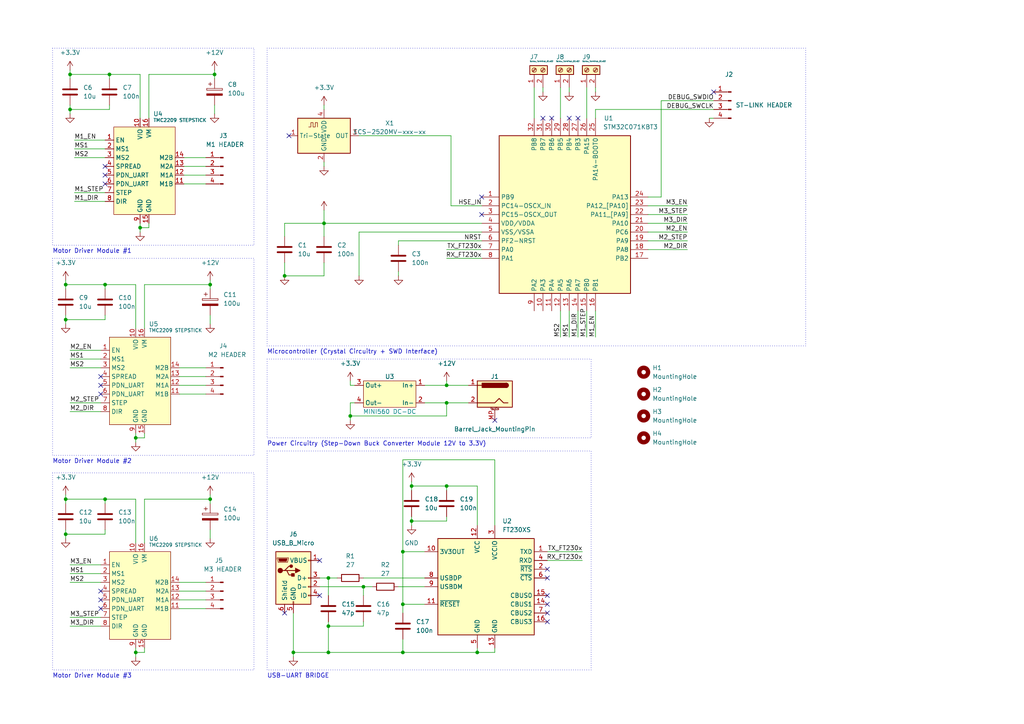
<source format=kicad_sch>
(kicad_sch (version 20230121) (generator eeschema)
  (paper "A4")
  (title_block (title "Stepper Motor Control Board") (rev "0") (company "Designers: Noah King, Junhee Lee"))
  (lib_symbols
    (symbol "Connector:Barrel_Jack_MountingPin" (pin_names hide)
      (property "Reference" "J1" (at 0 5.08 0))
      (property "Value" "Barrel_Jack_MountingPin" (at 0 -10.16 0))
      (symbol "Barrel_Jack_MountingPin_0_1"
        (rectangle (start -5.08 3.81) (end 5.08 -3.81) (stroke (width 0.254)) (fill (type background)))
        (arc (start -3.302 3.175) (mid -3.9343 2.54) (end -3.302 1.905) (stroke (width 0.254)))
        (arc (start -3.302 3.175) (mid -3.9343 2.54) (end -3.302 1.905) (stroke (width 0.254)) (fill (type outline)))
        (polyline (pts (xy 5.08 2.54) (xy 3.81 2.54)) (stroke (width 0.254)))
        (polyline (pts (xy -3.81 -2.54) (xy -2.54 -2.54) (xy -1.27 -1.27) (xy 0 -2.54) (xy 2.54 -2.54) (xy 5.08 -2.54)) (stroke (width 0.254)))
        (rectangle (start 3.683 3.175) (end -3.302 1.905) (stroke (width 0.254)) (fill (type outline)))
      )
      (symbol "Barrel_Jack_MountingPin_1_1"
        (polyline (pts (xy -1.016 -4.572) (xy 1.016 -4.572)) (stroke (width 0.1524)))
        (text "Mounting" (at 0 -4.191 0) (effects (font (size 0.381 0.381))))
        (pin power_out line (at 7.62 2.54 180) (length 2.54) (name "~") (number "1"))
        (pin power_in line (at 7.62 -2.54 180) (length 2.54) (name "~") (number "2"))
        (pin passive line (at 0 -7.62 90) (length 3.048) (name "MountPin") (number "MP"))
      )
    )
    (symbol "Connector:Conn_01x04_Pin" (pin_names (offset 1.016) hide)
      (property "Reference" "J" (at 0 5.08 0))
      (property "Value" "Conn_01x04_Pin" (at 0 -7.62 0))
      (symbol "Conn_01x04_Pin_1_1"
        (polyline (pts (xy 1.27 -5.08) (xy 0.8636 -5.08)) (stroke (width 0.1524)))
        (polyline (pts (xy 1.27 -2.54) (xy 0.8636 -2.54)) (stroke (width 0.1524)))
        (polyline (pts (xy 1.27 0) (xy 0.8636 0)) (stroke (width 0.1524)))
        (polyline (pts (xy 1.27 2.54) (xy 0.8636 2.54)) (stroke (width 0.1524)))
        (rectangle (start 0.8636 -4.953) (end 0 -5.207) (stroke (width 0.1524)) (fill (type outline)))
        (rectangle (start 0.8636 -2.413) (end 0 -2.667) (stroke (width 0.1524)) (fill (type outline)))
        (rectangle (start 0.8636 0.127) (end 0 -0.127) (stroke (width 0.1524)) (fill (type outline)))
        (rectangle (start 0.8636 2.667) (end 0 2.413) (stroke (width 0.1524)) (fill (type outline)))
        (pin passive line (at 5.08 2.54 180) (length 3.81) (name "Pin_1") (number "1"))
        (pin passive line (at 5.08 0 180) (length 3.81) (name "Pin_2") (number "2"))
        (pin passive line (at 5.08 -2.54 180) (length 3.81) (name "Pin_3") (number "3"))
        (pin passive line (at 5.08 -5.08 180) (length 3.81) (name "Pin_4") (number "4"))
      )
    )
    (symbol "Connector:Screw_Terminal_01x02" (pin_names (offset 1.016) hide)
      (property "Reference" "J" (at 0 2.54 0))
      (property "Value" "Screw_Terminal_01x02" (at 0 -5.08 0))
      (symbol "Screw_Terminal_01x02_1_1"
        (rectangle (start -1.27 1.27) (end 1.27 -3.81) (stroke (width 0.254)) (fill (type background)))
        (circle (center 0 -2.54) (radius 0.635) (stroke (width 0.1524)))
        (polyline (pts (xy -0.5334 -2.2098) (xy 0.3302 -3.048)) (stroke (width 0.1524)))
        (polyline (pts (xy -0.5334 0.3302) (xy 0.3302 -0.508)) (stroke (width 0.1524)))
        (polyline (pts (xy -0.3556 -2.032) (xy 0.508 -2.8702)) (stroke (width 0.1524)))
        (polyline (pts (xy -0.3556 0.508) (xy 0.508 -0.3302)) (stroke (width 0.1524)))
        (circle (center 0 0) (radius 0.635) (stroke (width 0.1524)))
        (pin passive line (at -5.08 0 0) (length 3.81) (name "Pin_1") (number "1"))
        (pin passive line (at -5.08 -2.54 0) (length 3.81) (name "Pin_2") (number "2"))
      )
    )
    (symbol "Connector:USB_B_Micro" (pin_names (offset 1.016))
      (property "Reference" "J" (at -5.08 11.43 0))
      (property "Value" "USB_B_Micro" (at -5.08 8.89 0))
      (symbol "USB_B_Micro_0_1"
        (rectangle (start -5.08 -7.62) (end 5.08 7.62) (stroke (width 0.254)) (fill (type background)))
        (circle (center -3.81 2.159) (radius 0.635) (stroke (width 0.254)) (fill (type outline)))
        (circle (center -0.635 3.429) (radius 0.381) (stroke (width 0.254)) (fill (type outline)))
        (rectangle (start -0.127 -7.62) (end 0.127 -6.858))
        (polyline (pts (xy -1.905 2.159) (xy 0.635 2.159)) (stroke (width 0.254)))
        (polyline (pts (xy -3.175 2.159) (xy -2.54 2.159) (xy -1.27 3.429) (xy -0.635 3.429)) (stroke (width 0.254)))
        (polyline (pts (xy -2.54 2.159) (xy -1.905 2.159) (xy -1.27 0.889) (xy 0 0.889)) (stroke (width 0.254)))
        (polyline (pts (xy 0.635 2.794) (xy 0.635 1.524) (xy 1.905 2.159) (xy 0.635 2.794)) (stroke (width 0.254)) (fill (type outline)))
        (polyline (pts (xy -4.318 5.588) (xy -1.778 5.588) (xy -2.032 4.826) (xy -4.064 4.826) (xy -4.318 5.588)) (fill (type outline)))
        (polyline (pts (xy -4.699 5.842) (xy -4.699 5.588) (xy -4.445 4.826) (xy -4.445 4.572) (xy -1.651 4.572) (xy -1.651 4.826) (xy -1.397 5.588) (xy -1.397 5.842) (xy -4.699 5.842)))
        (rectangle (start 0.254 1.27) (end -0.508 0.508) (stroke (width 0.254)) (fill (type outline)))
        (rectangle (start 5.08 -5.207) (end 4.318 -4.953))
        (rectangle (start 5.08 -2.667) (end 4.318 -2.413))
        (rectangle (start 5.08 -0.127) (end 4.318 0.127))
        (rectangle (start 5.08 4.953) (end 4.318 5.207))
      )
      (symbol "USB_B_Micro_1_1"
        (pin power_out line (at 7.62 5.08 180) (length 2.54) (name "VBUS") (number "1"))
        (pin bidirectional line (at 7.62 -2.54 180) (length 2.54) (name "D-") (number "2"))
        (pin bidirectional line (at 7.62 0 180) (length 2.54) (name "D+") (number "3"))
        (pin passive line (at 7.62 -5.08 180) (length 2.54) (name "ID") (number "4"))
        (pin power_out line (at 0 -10.16 90) (length 2.54) (name "GND") (number "5"))
        (pin passive line (at -2.54 -10.16 90) (length 2.54) (name "Shield") (number "6"))
      )
    )
    (symbol "Device:C" (pin_numbers hide) (pin_names (offset 0.254))
      (property "Reference" "C" (at 0.635 2.54 0))
      (property "Value" "C" (at 0.635 -2.54 0))
      (symbol "C_0_1"
        (polyline (pts (xy -2.032 -0.762) (xy 2.032 -0.762)) (stroke (width 0.508)))
        (polyline (pts (xy -2.032 0.762) (xy 2.032 0.762)) (stroke (width 0.508)))
      )
      (symbol "C_1_1"
        (pin passive line (at 0 3.81 270) (length 2.794) (name "~") (number "1"))
        (pin passive line (at 0 -3.81 90) (length 2.794) (name "~") (number "2"))
      )
    )
    (symbol "Device:C_Polarized" (pin_numbers hide) (pin_names (offset 0.254))
      (property "Reference" "C" (at 0.635 2.54 0))
      (property "Value" "C_Polarized" (at 0.635 -2.54 0))
      (symbol "C_Polarized_0_1"
        (rectangle (start -2.286 0.508) (end 2.286 1.016))
        (polyline (pts (xy -1.778 2.286) (xy -0.762 2.286)))
        (polyline (pts (xy -1.27 2.794) (xy -1.27 1.778)))
        (rectangle (start 2.286 -0.508) (end -2.286 -1.016) (fill (type outline)))
      )
      (symbol "C_Polarized_1_1"
        (pin passive line (at 0 3.81 270) (length 2.794) (name "~") (number "1"))
        (pin passive line (at 0 -3.81 90) (length 2.794) (name "~") (number "2"))
      )
    )
    (symbol "Device:R" (pin_numbers hide) (pin_names (offset 0))
      (property "Reference" "R" (at 2.032 0 90))
      (property "Value" "R" (at 0 0 90))
      (symbol "R_0_1"
        (rectangle (start -1.016 -2.54) (end 1.016 2.54) (stroke (width 0.254)))
      )
      (symbol "R_1_1"
        (pin passive line (at 0 3.81 270) (length 1.27) (name "~") (number "1"))
        (pin passive line (at 0 -3.81 90) (length 1.27) (name "~") (number "2"))
      )
    )
    (symbol "Interface_USB:FT230XS"
      (property "Reference" "U2" (at 4.7341 19.05 0))
      (property "Value" "FT230XS" (at 4.7341 16.51 0))
      (symbol "FT230XS_0_1"
        (rectangle (start -13.97 13.97) (end 13.97 -13.97) (stroke (width 0.254)) (fill (type background)))
      )
      (symbol "FT230XS_1_1"
        (pin output line (at 17.78 10.16 180) (length 3.81) (name "TXD") (number "1"))
        (pin power_out line (at -17.78 10.16 0) (length 3.81) (name "3V3OUT") (number "10"))
        (pin input line (at -17.78 -5.08 0) (length 3.81) (name "~{RESET}") (number "11"))
        (pin power_in line (at -2.54 17.78 270) (length 3.81) (name "VCC") (number "12"))
        (pin power_in line (at 2.54 -17.78 90) (length 3.81) (name "GND") (number "13"))
        (pin bidirectional line (at 17.78 -5.08 180) (length 3.81) (name "CBUS1") (number "14"))
        (pin bidirectional line (at 17.78 -2.54 180) (length 3.81) (name "CBUS0") (number "15"))
        (pin bidirectional line (at 17.78 -10.16 180) (length 3.81) (name "CBUS3") (number "16"))
        (pin output line (at 17.78 5.08 180) (length 3.81) (name "~{RTS}") (number "2"))
        (pin power_in line (at 2.54 17.78 270) (length 3.81) (name "VCCIO") (number "3"))
        (pin input line (at 17.78 7.62 180) (length 3.81) (name "RXD") (number "4"))
        (pin power_in line (at -2.54 -17.78 90) (length 3.81) (name "GND") (number "5"))
        (pin input line (at 17.78 2.54 180) (length 3.81) (name "~{CTS}") (number "6"))
        (pin bidirectional line (at 17.78 -7.62 180) (length 3.81) (name "CBUS2") (number "7"))
        (pin bidirectional line (at -17.78 2.54 0) (length 3.81) (name "USBDP") (number "8"))
        (pin bidirectional line (at -17.78 0 0) (length 3.81) (name "USBDM") (number "9"))
      )
    )
    (symbol "Mechanical:MountingHole" (pin_names (offset 1.016))
      (property "Reference" "H" (at 0 5.08 0))
      (property "Value" "MountingHole" (at 0 3.175 0))
      (symbol "MountingHole_0_1"
        (circle (center 0 0) (radius 1.27) (stroke (width 1.27)))
      )
    )
    (symbol "Noah's Library:MINI560"
      (property "Reference" "U3" (at 0 5.08 0))
      (symbol "MINI560_1_1"
        (rectangle (start -7.62 3.81) (end 7.62 -3.81) (fill (type background)))
        (text "MINI560 DC-DC\n" (at 0 -5.08 0) (effects (font (size 1.27 1.27))))
        (pin input line (at -10.16 2.54 0) (length 2.54) (name "In+") (number "1"))
        (pin input line (at -10.16 -2.54 0) (length 2.54) (name "In-") (number "2"))
        (pin power_out line (at 10.16 2.54 180) (length 2.54) (name "Out+") (number "3"))
        (pin power_in line (at 10.16 -2.54 180) (length 2.54) (name "Out-") (number "4"))
      )
    )
    (symbol "Noah's Library:TMC2209_STEPSTICK"
      (property "Reference" "U" (at 7.62 13.97 0))
      (symbol "TMC2209_STEPSTICK_1_1"
        (rectangle (start -8.89 12.7) (end 8.89 -12.7) (fill (type background)))
        (pin input line (at -11.43 8.89 0) (length 2.54) (name "EN") (number "1"))
        (pin power_in line (at -1.27 15.24 270) (length 2.54) (name "VIO") (number "10"))
        (pin output line (at 11.43 -3.81 180) (length 2.54) (name "M1B") (number "11"))
        (pin output line (at 11.43 -1.27 180) (length 2.54) (name "M1A") (number "12"))
        (pin output line (at 11.43 1.27 180) (length 2.54) (name "M2A") (number "13"))
        (pin output line (at 11.43 3.81 180) (length 2.54) (name "M2B") (number "14"))
        (pin power_in line (at 1.27 -15.24 90) (length 2.54) (name "GND") (number "15"))
        (pin power_in line (at 1.27 15.24 270) (length 2.54) (name "VM") (number "16"))
        (pin input line (at -11.43 6.35 0) (length 2.54) (name "MS1") (number "2"))
        (pin input line (at -11.43 3.81 0) (length 2.54) (name "MS2") (number "3"))
        (pin input line (at -11.43 1.27 0) (length 2.54) (name "SPREAD") (number "4"))
        (pin input line (at -11.43 -1.27 0) (length 2.54) (name "PDN_UART") (number "5"))
        (pin input line (at -11.43 -3.81 0) (length 2.54) (name "PDN_UART") (number "6"))
        (pin input line (at -11.43 -6.35 0) (length 2.54) (name "STEP") (number "7"))
        (pin input line (at -11.43 -8.89 0) (length 2.54) (name "DIR") (number "8"))
        (pin power_in line (at -1.27 -15.24 90) (length 2.54) (name "GND") (number "9"))
      )
    )
    (symbol "Oscillator:ECS-2520MV-xxx-xx"
      (property "Reference" "X" (at -5.08 6.35 0))
      (property "Value" "ECS-2520MV-xxx-xx" (at 1.27 -6.35 0))
      (symbol "ECS-2520MV-xxx-xx_0_1"
        (rectangle (start -7.62 5.08) (end 7.62 -5.08) (stroke (width 0.254)) (fill (type background)))
        (polyline (pts (xy -4.445 2.54) (xy -3.81 2.54) (xy -3.81 3.81) (xy -3.175 3.81) (xy -3.175 2.54) (xy -2.54 2.54) (xy -2.54 3.81) (xy -1.905 3.81) (xy -1.905 2.54)))
      )
      (symbol "ECS-2520MV-xxx-xx_1_1"
        (pin input line (at -10.16 0 0) (length 2.54) (name "Tri-State") (number "1"))
        (pin power_in line (at 0 -7.62 90) (length 2.54) (name "GND") (number "2"))
        (pin output line (at 10.16 0 180) (length 2.54) (name "OUT") (number "3"))
        (pin power_in line (at 0 7.62 270) (length 2.54) (name "VDD") (number "4"))
      )
    )
    (symbol "STM32C071KBT3:STM32C071KBT3"
      (property "Reference" "IC" (at 44.45 22.86 0))
      (property "Value" "STM32C071KBT3" (at 44.45 20.32 0))
      (symbol "STM32C071KBT3_1_1"
        (rectangle (start 5.08 17.78) (end 43.18 -27.94) (stroke (width 0.254)) (fill (type background)))
        (pin passive line (at 0 0 0) (length 5.08) (name "PB9") (number "1"))
        (pin passive line (at 17.78 -33.02 90) (length 5.08) (name "PA3") (number "10"))
        (pin passive line (at 20.32 -33.02 90) (length 5.08) (name "PA4") (number "11"))
        (pin passive line (at 22.86 -33.02 90) (length 5.08) (name "PA5") (number "12"))
        (pin passive line (at 25.4 -33.02 90) (length 5.08) (name "PA6") (number "13"))
        (pin passive line (at 27.94 -33.02 90) (length 5.08) (name "PA7") (number "14"))
        (pin passive line (at 30.48 -33.02 90) (length 5.08) (name "PB0") (number "15"))
        (pin passive line (at 33.02 -33.02 90) (length 5.08) (name "PB1") (number "16"))
        (pin passive line (at 48.26 -17.78 180) (length 5.08) (name "PB2") (number "17"))
        (pin passive line (at 48.26 -15.24 180) (length 5.08) (name "PA8") (number "18"))
        (pin passive line (at 48.26 -12.7 180) (length 5.08) (name "PA9") (number "19"))
        (pin passive line (at 0 -2.54 0) (length 5.08) (name "PC14-OSCX_IN") (number "2"))
        (pin passive line (at 48.26 -10.16 180) (length 5.08) (name "PC6") (number "20"))
        (pin passive line (at 48.26 -7.62 180) (length 5.08) (name "PA10") (number "21"))
        (pin passive line (at 48.26 -5.08 180) (length 5.08) (name "PA11_[PA9]") (number "22"))
        (pin passive line (at 48.26 -2.54 180) (length 5.08) (name "PA12_[PA10]") (number "23"))
        (pin passive line (at 48.26 0 180) (length 5.08) (name "PA13") (number "24"))
        (pin passive line (at 33.02 22.86 270) (length 5.08) (name "PA14-BOOT0") (number "25"))
        (pin passive line (at 30.48 22.86 270) (length 5.08) (name "PA15") (number "26"))
        (pin passive line (at 27.94 22.86 270) (length 5.08) (name "PB3") (number "27"))
        (pin passive line (at 25.4 22.86 270) (length 5.08) (name "PB4") (number "28"))
        (pin passive line (at 22.86 22.86 270) (length 5.08) (name "PB5") (number "29"))
        (pin passive line (at 0 -5.08 0) (length 5.08) (name "PC15-OSCX_OUT") (number "3"))
        (pin passive line (at 20.32 22.86 270) (length 5.08) (name "PB6") (number "30"))
        (pin passive line (at 17.78 22.86 270) (length 5.08) (name "PB7") (number "31"))
        (pin passive line (at 15.24 22.86 270) (length 5.08) (name "PB8") (number "32"))
        (pin passive line (at 0 -7.62 0) (length 5.08) (name "VDD/VDDA") (number "4"))
        (pin passive line (at 0 -10.16 0) (length 5.08) (name "VSS/VSSA") (number "5"))
        (pin passive line (at 0 -12.7 0) (length 5.08) (name "PF2-NRST") (number "6"))
        (pin passive line (at 0 -15.24 0) (length 5.08) (name "PA0") (number "7"))
        (pin passive line (at 0 -17.78 0) (length 5.08) (name "PA1") (number "8"))
        (pin passive line (at 15.24 -33.02 90) (length 5.08) (name "PA2") (number "9"))
      )
    )
    (symbol "power:+12V" (power) (pin_names (offset 0))
      (property "Value" "+12V" (at 0 3.556 0))
      (symbol "+12V_0_1"
        (polyline (pts (xy -0.762 1.27) (xy 0 2.54)))
        (polyline (pts (xy 0 0) (xy 0 2.54)))
        (polyline (pts (xy 0 2.54) (xy 0.762 1.27)))
      )
      (symbol "+12V_1_1"
        (pin power_in line (at 0 0 90) (length 0) hide (name "+12V") (number "1"))
      )
    )
    (symbol "power:+3.3V" (power) (pin_names (offset 0))
      (property "Value" "+3.3V" (at 0 3.556 0))
      (symbol "+3.3V_0_1"
        (polyline (pts (xy -0.762 1.27) (xy 0 2.54)))
        (polyline (pts (xy 0 0) (xy 0 2.54)))
        (polyline (pts (xy 0 2.54) (xy 0.762 1.27)))
      )
      (symbol "+3.3V_1_1"
        (pin power_in line (at 0 0 90) (length 0) hide (name "+3.3V") (number "1"))
      )
    )
    (symbol "power:GND" (power) (pin_names (offset 0))
      (property "Value" "GND" (at 0 -3.81 0))
      (symbol "GND_0_1"
        (polyline (pts (xy 0 0) (xy 0 -1.27) (xy 1.27 -1.27) (xy 0 -2.54) (xy -1.27 -1.27) (xy 0 -1.27)))
      )
      (symbol "GND_1_1"
        (pin power_in line (at 0 0 270) (length 0) hide (name "GND") (number "1"))
      )
    )
  )
  (junction (at 19.05 82.55))
  (junction (at 30.48 144.78))
  (junction (at 119.38 151.13))
  (junction (at 39.37 127))
  (junction (at 30.48 82.55))
  (junction (at 82.55 80.01))
  (junction (at 116.84 160.02))
  (junction (at 19.05 144.78))
  (junction (at 19.05 92.71))
  (junction (at 129.54 111.76))
  (junction (at 119.38 140.97))
  (junction (at 95.25 189.23))
  (junction (at 60.96 82.55))
  (junction (at 40.64 66.04))
  (junction (at 101.6 120.65))
  (junction (at 116.84 175.26))
  (junction (at 138.43 189.23))
  (junction (at 95.25 181.61))
  (junction (at 62.23 21.59))
  (junction (at 20.32 31.75))
  (junction (at 93.98 64.77))
  (junction (at 39.37 189.23))
  (junction (at 31.75 21.59))
  (junction (at 60.96 144.78))
  (junction (at 85.09 189.23))
  (junction (at 20.32 21.59))
  (junction (at 105.41 170.18))
  (junction (at 129.54 140.97))
  (junction (at 116.84 189.23))
  (junction (at 19.05 154.94))
  (junction (at 95.25 167.64))
  (junction (at 129.54 116.84))
  (no_connect (at 30.48 50.8))
  (no_connect (at 158.75 172.72))
  (no_connect (at 139.7 57.15))
  (no_connect (at 30.48 48.26))
  (no_connect (at 29.21 171.45))
  (no_connect (at 158.75 165.1))
  (no_connect (at 157.48 34.29))
  (no_connect (at 158.75 177.8))
  (no_connect (at 29.21 114.3))
  (no_connect (at 29.21 176.53))
  (no_connect (at 160.02 34.29))
  (no_connect (at 92.71 162.56))
  (no_connect (at 207.01 26.67))
  (no_connect (at 83.82 39.37))
  (no_connect (at 29.21 109.22))
  (no_connect (at 139.7 62.23))
  (no_connect (at 92.71 172.72))
  (no_connect (at 165.1 34.29))
  (no_connect (at 29.21 173.99))
  (no_connect (at 143.51 121.92))
  (no_connect (at 158.75 180.34))
  (no_connect (at 82.55 177.8))
  (no_connect (at 158.75 167.64))
  (no_connect (at 29.21 111.76))
  (no_connect (at 158.75 175.26))
  (no_connect (at 30.48 53.34))
  (no_connect (at 167.64 34.29))
  (wire (pts (xy 19.05 154.94) (xy 19.05 156.21)))
  (wire (pts (xy 52.07 176.53) (xy 59.69 176.53)))
  (wire (pts (xy 21.59 40.64) (xy 30.48 40.64)))
  (wire (pts (xy 93.98 64.77) (xy 82.55 64.77)))
  (wire (pts (xy 30.48 144.78) (xy 39.37 144.78)))
  (wire (pts (xy 20.32 30.48) (xy 20.32 31.75)))
  (wire (pts (xy 143.51 152.4) (xy 143.51 133.35)))
  (wire (pts (xy 165.1 25.4) (xy 165.1 26.67)))
  (wire (pts (xy 129.54 116.84) (xy 135.89 116.84)))
  (wire (pts (xy 187.96 59.69) (xy 199.39 59.69)))
  (wire (pts (xy 92.71 167.64) (xy 95.25 167.64)))
  (wire (pts (xy 19.05 82.55) (xy 30.48 82.55)))
  (wire (pts (xy 101.6 120.65) (xy 101.6 121.92)))
  (wire (pts (xy 41.91 82.55) (xy 41.91 95.25)))
  (wire (pts (xy 104.14 80.01) (xy 104.14 67.31)))
  (wire (pts (xy 92.71 170.18) (xy 105.41 170.18)))
  (wire (pts (xy 19.05 153.67) (xy 19.05 154.94)))
  (wire (pts (xy 129.54 120.65) (xy 129.54 116.84)))
  (wire (pts (xy 116.84 185.42) (xy 116.84 189.23)))
  (wire (pts (xy 129.54 149.86) (xy 129.54 151.13)))
  (wire (pts (xy 187.96 69.85) (xy 199.39 69.85)))
  (wire (pts (xy 93.98 64.77) (xy 93.98 68.58)))
  (wire (pts (xy 41.91 144.78) (xy 41.91 157.48)))
  (wire (pts (xy 41.91 82.55) (xy 60.96 82.55)))
  (wire (pts (xy 158.75 162.56) (xy 168.91 162.56)))
  (wire (pts (xy 19.05 92.71) (xy 19.05 93.98)))
  (wire (pts (xy 129.54 110.49) (xy 129.54 111.76)))
  (wire (pts (xy 31.75 21.59) (xy 31.75 22.86)))
  (wire (pts (xy 60.96 153.67) (xy 60.96 156.21)))
  (wire (pts (xy 95.25 189.23) (xy 116.84 189.23)))
  (wire (pts (xy 43.18 64.77) (xy 43.18 66.04)))
  (wire (pts (xy 30.48 91.44) (xy 30.48 92.71)))
  (wire (pts (xy 21.59 58.42) (xy 30.48 58.42)))
  (wire (pts (xy 123.19 111.76) (xy 129.54 111.76)))
  (wire (pts (xy 52.07 168.91) (xy 59.69 168.91)))
  (wire (pts (xy 119.38 151.13) (xy 119.38 152.4)))
  (wire (pts (xy 82.55 64.77) (xy 82.55 68.58)))
  (wire (pts (xy 119.38 142.24) (xy 119.38 140.97)))
  (wire (pts (xy 20.32 166.37) (xy 29.21 166.37)))
  (wire (pts (xy 104.14 39.37) (xy 130.81 39.37)))
  (wire (pts (xy 115.57 170.18) (xy 123.19 170.18)))
  (wire (pts (xy 20.32 31.75) (xy 31.75 31.75)))
  (wire (pts (xy 105.41 167.64) (xy 123.19 167.64)))
  (wire (pts (xy 19.05 81.28) (xy 19.05 82.55)))
  (wire (pts (xy 95.25 167.64) (xy 97.79 167.64)))
  (wire (pts (xy 41.91 125.73) (xy 41.91 127)))
  (wire (pts (xy 82.55 80.01) (xy 93.98 80.01)))
  (wire (pts (xy 20.32 179.07) (xy 29.21 179.07)))
  (wire (pts (xy 82.55 76.2) (xy 82.55 80.01)))
  (wire (pts (xy 119.38 140.97) (xy 119.38 139.7)))
  (wire (pts (xy 138.43 140.97) (xy 138.43 152.4)))
  (wire (pts (xy 52.07 109.22) (xy 59.69 109.22)))
  (wire (pts (xy 187.96 62.23) (xy 199.39 62.23)))
  (wire (pts (xy 187.96 72.39) (xy 199.39 72.39)))
  (wire (pts (xy 39.37 189.23) (xy 39.37 190.5)))
  (wire (pts (xy 21.59 43.18) (xy 30.48 43.18)))
  (wire (pts (xy 101.6 116.84) (xy 102.87 116.84)))
  (wire (pts (xy 19.05 144.78) (xy 19.05 146.05)))
  (wire (pts (xy 31.75 21.59) (xy 40.64 21.59)))
  (wire (pts (xy 172.72 31.75) (xy 207.01 31.75)))
  (wire (pts (xy 93.98 64.77) (xy 139.7 64.77)))
  (wire (pts (xy 95.25 167.64) (xy 95.25 172.72)))
  (wire (pts (xy 19.05 91.44) (xy 19.05 92.71)))
  (wire (pts (xy 115.57 78.74) (xy 115.57 80.01)))
  (wire (pts (xy 101.6 111.76) (xy 102.87 111.76)))
  (wire (pts (xy 85.09 189.23) (xy 95.25 189.23)))
  (wire (pts (xy 62.23 30.48) (xy 62.23 33.02)))
  (wire (pts (xy 205.74 34.29) (xy 207.01 34.29)))
  (wire (pts (xy 20.32 163.83) (xy 29.21 163.83)))
  (wire (pts (xy 40.64 66.04) (xy 40.64 67.31)))
  (wire (pts (xy 19.05 82.55) (xy 19.05 83.82)))
  (wire (pts (xy 40.64 64.77) (xy 40.64 66.04)))
  (wire (pts (xy 115.57 69.85) (xy 139.7 69.85)))
  (wire (pts (xy 40.64 66.04) (xy 43.18 66.04)))
  (wire (pts (xy 60.96 144.78) (xy 60.96 146.05)))
  (wire (pts (xy 95.25 180.34) (xy 95.25 181.61)))
  (wire (pts (xy 170.18 90.17) (xy 170.18 97.79)))
  (wire (pts (xy 115.57 69.85) (xy 115.57 71.12)))
  (wire (pts (xy 105.41 170.18) (xy 105.41 172.72)))
  (wire (pts (xy 39.37 127) (xy 41.91 127)))
  (wire (pts (xy 116.84 189.23) (xy 138.43 189.23)))
  (wire (pts (xy 172.72 25.4) (xy 172.72 26.67)))
  (wire (pts (xy 62.23 20.32) (xy 62.23 21.59)))
  (wire (pts (xy 167.64 90.17) (xy 167.64 97.79)))
  (wire (pts (xy 116.84 160.02) (xy 116.84 175.26)))
  (wire (pts (xy 143.51 133.35) (xy 116.84 133.35)))
  (wire (pts (xy 191.77 29.21) (xy 191.77 57.15)))
  (wire (pts (xy 95.25 181.61) (xy 105.41 181.61)))
  (wire (pts (xy 60.96 143.51) (xy 60.96 144.78)))
  (wire (pts (xy 19.05 154.94) (xy 30.48 154.94)))
  (wire (pts (xy 39.37 82.55) (xy 39.37 95.25)))
  (wire (pts (xy 20.32 31.75) (xy 20.32 33.02)))
  (wire (pts (xy 170.18 25.4) (xy 170.18 34.29)))
  (wire (pts (xy 20.32 104.14) (xy 29.21 104.14)))
  (wire (pts (xy 52.07 106.68) (xy 59.69 106.68)))
  (wire (pts (xy 60.96 82.55) (xy 60.96 83.82)))
  (wire (pts (xy 157.48 26.67) (xy 157.48 25.4)))
  (wire (pts (xy 52.07 114.3) (xy 59.69 114.3)))
  (wire (pts (xy 105.41 180.34) (xy 105.41 181.61)))
  (wire (pts (xy 138.43 140.97) (xy 129.54 140.97)))
  (wire (pts (xy 43.18 21.59) (xy 62.23 21.59)))
  (wire (pts (xy 52.07 173.99) (xy 59.69 173.99)))
  (wire (pts (xy 93.98 30.48) (xy 93.98 31.75)))
  (wire (pts (xy 30.48 144.78) (xy 30.48 146.05)))
  (wire (pts (xy 143.51 187.96) (xy 143.51 189.23)))
  (wire (pts (xy 30.48 82.55) (xy 30.48 83.82)))
  (wire (pts (xy 187.96 64.77) (xy 199.39 64.77)))
  (wire (pts (xy 53.34 53.34) (xy 59.69 53.34)))
  (wire (pts (xy 60.96 91.44) (xy 60.96 93.98)))
  (wire (pts (xy 123.19 116.84) (xy 129.54 116.84)))
  (wire (pts (xy 40.64 21.59) (xy 40.64 34.29)))
  (wire (pts (xy 101.6 116.84) (xy 101.6 120.65)))
  (wire (pts (xy 129.54 111.76) (xy 135.89 111.76)))
  (wire (pts (xy 162.56 90.17) (xy 162.56 97.79)))
  (wire (pts (xy 187.96 67.31) (xy 199.39 67.31)))
  (wire (pts (xy 41.91 187.96) (xy 41.91 189.23)))
  (wire (pts (xy 20.32 181.61) (xy 29.21 181.61)))
  (wire (pts (xy 85.09 190.5) (xy 85.09 189.23)))
  (wire (pts (xy 60.96 81.28) (xy 60.96 82.55)))
  (wire (pts (xy 119.38 149.86) (xy 119.38 151.13)))
  (wire (pts (xy 116.84 133.35) (xy 116.84 160.02)))
  (wire (pts (xy 85.09 177.8) (xy 85.09 189.23)))
  (wire (pts (xy 168.91 160.02) (xy 158.75 160.02)))
  (wire (pts (xy 119.38 151.13) (xy 129.54 151.13)))
  (wire (pts (xy 116.84 175.26) (xy 116.84 177.8)))
  (wire (pts (xy 53.34 48.26) (xy 59.69 48.26)))
  (wire (pts (xy 138.43 189.23) (xy 143.51 189.23)))
  (wire (pts (xy 95.25 181.61) (xy 95.25 189.23)))
  (wire (pts (xy 20.32 20.32) (xy 20.32 21.59)))
  (wire (pts (xy 162.56 25.4) (xy 162.56 34.29)))
  (wire (pts (xy 52.07 111.76) (xy 59.69 111.76)))
  (wire (pts (xy 41.91 144.78) (xy 60.96 144.78)))
  (wire (pts (xy 53.34 50.8) (xy 59.69 50.8)))
  (wire (pts (xy 129.54 74.93) (xy 139.7 74.93)))
  (wire (pts (xy 53.34 45.72) (xy 59.69 45.72)))
  (wire (pts (xy 20.32 21.59) (xy 31.75 21.59)))
  (wire (pts (xy 116.84 175.26) (xy 123.19 175.26)))
  (wire (pts (xy 20.32 21.59) (xy 20.32 22.86)))
  (wire (pts (xy 139.7 72.39) (xy 129.54 72.39)))
  (wire (pts (xy 130.81 59.69) (xy 139.7 59.69)))
  (wire (pts (xy 43.18 21.59) (xy 43.18 34.29)))
  (wire (pts (xy 138.43 189.23) (xy 138.43 187.96)))
  (wire (pts (xy 129.54 140.97) (xy 129.54 142.24)))
  (wire (pts (xy 107.95 170.18) (xy 105.41 170.18)))
  (wire (pts (xy 21.59 55.88) (xy 30.48 55.88)))
  (wire (pts (xy 172.72 90.17) (xy 172.72 97.79)))
  (wire (pts (xy 191.77 29.21) (xy 207.01 29.21)))
  (wire (pts (xy 93.98 46.99) (xy 93.98 48.26)))
  (wire (pts (xy 20.32 116.84) (xy 29.21 116.84)))
  (wire (pts (xy 31.75 30.48) (xy 31.75 31.75)))
  (wire (pts (xy 187.96 57.15) (xy 191.77 57.15)))
  (wire (pts (xy 101.6 120.65) (xy 129.54 120.65)))
  (wire (pts (xy 62.23 21.59) (xy 62.23 22.86)))
  (wire (pts (xy 39.37 189.23) (xy 41.91 189.23)))
  (wire (pts (xy 20.32 168.91) (xy 29.21 168.91)))
  (wire (pts (xy 20.32 101.6) (xy 29.21 101.6)))
  (wire (pts (xy 20.32 106.68) (xy 29.21 106.68)))
  (wire (pts (xy 39.37 144.78) (xy 39.37 157.48)))
  (wire (pts (xy 119.38 140.97) (xy 129.54 140.97)))
  (wire (pts (xy 93.98 60.96) (xy 93.98 64.77)))
  (wire (pts (xy 39.37 187.96) (xy 39.37 189.23)))
  (wire (pts (xy 165.1 90.17) (xy 165.1 97.79)))
  (wire (pts (xy 30.48 82.55) (xy 39.37 82.55)))
  (wire (pts (xy 39.37 127) (xy 39.37 128.27)))
  (wire (pts (xy 19.05 143.51) (xy 19.05 144.78)))
  (wire (pts (xy 21.59 45.72) (xy 30.48 45.72)))
  (wire (pts (xy 101.6 110.49) (xy 101.6 111.76)))
  (wire (pts (xy 104.14 67.31) (xy 139.7 67.31)))
  (wire (pts (xy 19.05 144.78) (xy 30.48 144.78)))
  (wire (pts (xy 172.72 31.75) (xy 172.72 34.29)))
  (wire (pts (xy 20.32 119.38) (xy 29.21 119.38)))
  (wire (pts (xy 52.07 171.45) (xy 59.69 171.45)))
  (wire (pts (xy 39.37 125.73) (xy 39.37 127)))
  (wire (pts (xy 130.81 39.37) (xy 130.81 59.69)))
  (wire (pts (xy 30.48 153.67) (xy 30.48 154.94)))
  (wire (pts (xy 93.98 80.01) (xy 93.98 76.2)))
  (wire (pts (xy 123.19 160.02) (xy 116.84 160.02)))
  (wire (pts (xy 154.94 25.4) (xy 154.94 34.29)))
  (wire (pts (xy 19.05 92.71) (xy 30.48 92.71)))
  (rectangle (start 77.47 13.97) (end 233.68 100.33) (stroke (width 0) (type dot)))
  (rectangle (start 15.24 74.93) (end 73.66 132.08) (stroke (width 0) (type dot)))
  (rectangle (start 15.24 13.97) (end 73.66 71.12) (stroke (width 0) (type dot)))
  (rectangle (start 15.24 137.16) (end 73.66 194.31) (stroke (width 0) (type dot)))
  (rectangle (start 77.47 104.14) (end 171.45 127) (stroke (width 0) (type dot)))
  (rectangle (start 77.47 130.81) (end 171.45 194.31) (stroke (width 0) (type dot)))
  (text "Motor Driver Module #2\n" (at 15.24 134.62 0) (effects (font (size 1.27 1.27)) (justify left bottom)))
  (text "USB-UART BRIDGE" (at 77.47 196.85 0) (effects (font (size 1.27 1.27)) (justify left bottom)))
  (text "Motor Driver Module #1\n" (at 15.24 73.66 0) (effects (font (size 1.27 1.27)) (justify left bottom)))
  (text "Power Circuitry (Step-Down Buck Converter Module 12V to 3.3V)" (at 77.47 129.54 0) (effects (font (size 1.27 1.27)) (justify left bottom)))
  (text "Microcontroller (Crystal Circuitry + SWD Interface)" (at 77.47 102.87 0) (effects (font (size 1.27 1.27)) (justify left bottom)))
  (text "Motor Driver Module #3" (at 15.24 196.85 0) (effects (font (size 1.27 1.27)) (justify left bottom)))
  (label "MS1" (at 20.32 166.37 0))
  (label "HSE_IN" (at 139.7 59.69 180))
  (label "M1_EN" (at 172.72 97.79 90))
  (label "M2_STEP" (at 199.39 69.85 180))
  (label "MS2" (at 162.56 97.79 90))
  (label "M1_STEP" (at 170.18 97.79 90))
  (label "M3_DIR" (at 199.39 64.77 180))
  (label "MS1" (at 20.32 104.14 0))
  (label "RX_FT230x" (at 139.7 74.93 180))
  (label "M1_DIR" (at 21.59 58.42 0))
  (label "M3_DIR" (at 20.32 181.61 0))
  (label "M3_EN" (at 199.39 59.69 180))
  (label "DEBUG_SWDIO" (at 207.01 29.21 180))
  (label "RX_FT230x" (at 168.91 162.56 180))
  (label "M2_DIR" (at 199.39 72.39 180))
  (label "M1_DIR" (at 167.64 97.79 90))
  (label "M3_STEP" (at 20.32 179.07 0))
  (label "M1_EN" (at 21.59 40.64 0))
  (label "DEBUG_SWCLK" (at 207.01 31.75 180))
  (label "M3_STEP" (at 199.39 62.23 180))
  (label "M2_DIR" (at 20.32 119.38 0))
  (label "MS2" (at 21.59 45.72 0))
  (label "M2_EN" (at 199.39 67.31 180))
  (label "TX_FT230x" (at 168.91 160.02 180))
  (label "MS2" (at 20.32 106.68 0))
  (label "MS1" (at 21.59 43.18 0))
  (label "MS2" (at 20.32 168.91 0))
  (label "M2_EN" (at 20.32 101.6 0))
  (label "M3_EN" (at 20.32 163.83 0))
  (label "M1_STEP" (at 21.59 55.88 0))
  (label "MS1" (at 165.1 97.79 90))
  (label "NRST" (at 134.62 69.85 0))
  (label "TX_FT230x" (at 139.7 72.39 180))
  (label "M2_STEP" (at 20.32 116.84 0))
  (symbol (lib_id "Noah's Library:MINI560") (at 113.03 114.3 0) (mirror y) (unit 1)
    (property "Reference" "U3" (at 113.03 109.22 0))
    (property "Value" "MINI-560 DC-DC" (effects hide))
    (property "Footprint" "Noah's Library:MINI-560" (effects hide))
  )
  (symbol (lib_id "power:GND") (at 119.38 152.4 0) (unit 1)
    (property "Reference" "#PWR032" (effects hide))
    (property "Value" "GND" (at 119.38 157.48 0))
  )
  (symbol (lib_id "Device:C") (at 129.54 146.05 0) (unit 1)
    (property "Reference" "C19" (at 133.35 144.78 0) (effects (justify left)))
    (property "Value" "100n" (at 133.35 147.32 0) (effects (justify left)))
    (property "Footprint" "Capacitor_SMD:C_0603_1608Metric" (effects hide))
  )
  (symbol (lib_id "power:GND") (at 157.48 26.67 0) (unit 1)
    (property "Reference" "#PWR029" (effects hide))
    (property "Value" "GND" (effects hide))
  )
  (symbol (lib_id "Device:C") (at 95.25 176.53 0) (unit 1)
    (property "Reference" "C15" (at 99.06 175.26 0) (effects (justify left)))
    (property "Value" "47p" (at 99.06 177.8 0) (effects (justify left)))
    (property "Footprint" "Capacitor_SMD:C_0603_1608Metric" (effects hide))
  )
  (symbol (lib_id "power:GND") (at 19.05 93.98 0) (unit 1)
    (property "Reference" "#PWR019" (effects hide))
    (property "Value" "GND" (effects hide))
  )
  (symbol (lib_id "Mechanical:MountingHole") (at 186.69 127 0) (unit 1)
    (property "Reference" "H4" (at 189.23 125.73 0) (effects (justify left)))
    (property "Value" "MountingHole" (at 189.23 128.27 0) (effects (justify left)))
    (property "Footprint" "MountingHole:MountingHole_3.2mm_M3" (effects hide))
  )
  (symbol (lib_id "power:+3.3V") (at 20.32 20.32 0) (unit 1)
    (property "Reference" "#PWR015" (effects hide))
    (property "Value" "+3.3V" (at 20.32 15.24 0))
  )
  (symbol (lib_id "power:GND") (at 39.37 190.5 0) (unit 1)
    (property "Reference" "#PWR025" (effects hide))
    (property "Value" "GND" (effects hide))
  )
  (symbol (lib_id "power:+12V") (at 60.96 143.51 0) (unit 1)
    (property "Reference" "#PWR026" (effects hide))
    (property "Value" "+12V" (at 60.96 138.43 0))
  )
  (symbol (lib_id "power:GND") (at 85.09 190.5 0) (unit 1)
    (property "Reference" "#PWR06" (effects hide))
    (property "Value" "GND" (effects hide))
  )
  (symbol (lib_id "Connector:Conn_01x04_Pin") (at 212.09 29.21 0) (mirror y) (unit 1)
    (property "Reference" "J2" (at 211.455 21.59 0))
    (property "Value" "ST-LINK HEADER" (at 213.36 30.48 0) (effects (justify right)))
    (property "Footprint" "Connector_PinHeader_2.54mm:PinHeader_1x04_P2.54mm_Vertical" (effects hide))
  )
  (symbol (lib_id "Device:R") (at 111.76 170.18 90) (unit 1)
    (property "Reference" "R2" (at 111.76 163.83 90))
    (property "Value" "27" (at 111.76 166.37 90))
    (property "Footprint" "Capacitor_SMD:C_0603_1608Metric" (effects hide))
  )
  (symbol (lib_id "power:GND") (at 104.14 80.01 0) (unit 1)
    (property "Reference" "#PWR01" (effects hide))
    (property "Value" "GND" (effects hide))
  )
  (symbol (lib_id "Device:C_Polarized") (at 62.23 26.67 0) (unit 1)
    (property "Reference" "C8" (at 66.04 24.511 0) (effects (justify left)))
    (property "Value" "100u" (at 66.04 27.051 0) (effects (justify left)))
    (property "Footprint" "Noah's Library:50YXJ100MT78X11.5" (effects hide))
  )
  (symbol (lib_id "Mechanical:MountingHole") (at 186.69 114.3 0) (unit 1)
    (property "Reference" "H2" (at 189.23 113.03 0) (effects (justify left)))
    (property "Value" "MountingHole" (at 189.23 115.57 0) (effects (justify left)))
    (property "Footprint" "MountingHole:MountingHole_3.2mm_M3" (effects hide))
  )
  (symbol (lib_id "Device:C") (at 30.48 87.63 0) (unit 1)
    (property "Reference" "C10" (at 34.29 86.36 0) (effects (justify left)))
    (property "Value" "100n" (at 34.29 88.9 0) (effects (justify left)))
    (property "Footprint" "Capacitor_SMD:C_0603_1608Metric" (effects hide))
  )
  (symbol (lib_id "Device:C") (at 20.32 26.67 0) (unit 1)
    (property "Reference" "C6" (at 24.13 25.4 0) (effects (justify left)))
    (property "Value" "10u" (at 24.13 27.94 0) (effects (justify left)))
    (property "Footprint" "Capacitor_SMD:C_1206_3216Metric_Pad1.33x1.80mm_HandSolder" (effects hide))
  )
  (symbol (lib_id "power:GND") (at 60.96 93.98 0) (unit 1)
    (property "Reference" "#PWR022" (effects hide))
    (property "Value" "GND" (effects hide))
  )
  (symbol (lib_id "Connector:Screw_Terminal_01x02") (at 154.94 20.32 90) (unit 1)
    (property "Reference" "J7" (at 153.67 16.51 90) (effects (justify right)))
    (property "Value" "Screw_Terminal_01x02" (at 153.67 17.78 90) (effects (font (size 0.4 0.4)) (justify right)))
    (property "Footprint" "TerminalBlock_Phoenix:TerminalBlock_Phoenix_MPT-0,5-2-2.54_1x02_P2.54mm_Horizontal" (effects hide))
  )
  (symbol (lib_id "Device:R") (at 101.6 167.64 90) (unit 1)
    (property "Reference" "R1" (at 101.6 161.29 90))
    (property "Value" "27" (at 101.6 163.83 90))
    (property "Footprint" "Capacitor_SMD:C_0603_1608Metric" (effects hide))
  )
  (symbol (lib_id "Connector:Conn_01x04_Pin") (at 64.77 171.45 0) (mirror y) (unit 1)
    (property "Reference" "J5" (at 63.5 162.56 0))
    (property "Value" "M3 HEADER" (at 59.055 165.1 0) (effects (justify right)))
    (property "Footprint" "Connector_PinHeader_2.54mm:PinHeader_1x04_P2.54mm_Vertical" (effects hide))
  )
  (symbol (lib_id "Noah's Library:TMC2209_STEPSTICK") (at 40.64 172.72 0) (unit 1)
    (property "Reference" "U6" (at 43.18 156.21 0) (effects (justify left)))
    (property "Value" "TMC2209 STEPSTICK" (at 43.18 157.48 0) (effects (font (size 1 1)) (justify left top)))
    (property "Footprint" "Noah's Library:TMC-2209_Stepstick" (effects hide))
  )
  (symbol (lib_id "power:GND") (at 165.1 26.67 0) (unit 1)
    (property "Reference" "#PWR030" (effects hide))
    (property "Value" "GND" (effects hide))
  )
  (symbol (lib_id "Device:C") (at 19.05 149.86 0) (unit 1)
    (property "Reference" "C12" (at 22.86 148.59 0) (effects (justify left)))
    (property "Value" "10u" (at 22.86 151.13 0) (effects (justify left)))
    (property "Footprint" "Capacitor_SMD:C_1206_3216Metric_Pad1.33x1.80mm_HandSolder" (effects hide))
  )
  (symbol (lib_id "Mechanical:MountingHole") (at 186.69 120.65 0) (unit 1)
    (property "Reference" "H3" (at 189.23 119.38 0) (effects (justify left)))
    (property "Value" "MountingHole" (at 189.23 121.92 0) (effects (justify left)))
    (property "Footprint" "MountingHole:MountingHole_3.2mm_M3" (effects hide))
  )
  (symbol (lib_id "Connector:Screw_Terminal_01x02") (at 170.18 20.32 90) (unit 1)
    (property "Reference" "J9" (at 168.91 16.51 90) (effects (justify right)))
    (property "Value" "Screw_Terminal_01x02" (at 168.91 17.78 90) (effects (font (size 0.4 0.4)) (justify right)))
    (property "Footprint" "TerminalBlock_Phoenix:TerminalBlock_Phoenix_MPT-0,5-2-2.54_1x02_P2.54mm_Horizontal" (effects hide))
  )
  (symbol (lib_id "power:GND") (at 62.23 33.02 0) (unit 1)
    (property "Reference" "#PWR013" (effects hide))
    (property "Value" "GND" (effects hide))
  )
  (symbol (lib_id "power:GND") (at 40.64 67.31 0) (unit 1)
    (property "Reference" "#PWR017" (effects hide))
    (property "Value" "GND" (effects hide))
  )
  (symbol (lib_id "Device:C") (at 30.48 149.86 0) (unit 1)
    (property "Reference" "C13" (at 34.29 148.59 0) (effects (justify left)))
    (property "Value" "100n" (at 34.29 151.13 0) (effects (justify left)))
    (property "Footprint" "Capacitor_SMD:C_0603_1608Metric" (effects hide))
  )
  (symbol (lib_id "Connector:Conn_01x04_Pin") (at 64.77 109.22 0) (mirror y) (unit 1)
    (property "Reference" "J4" (at 64.77 100.33 0))
    (property "Value" "M2 HEADER" (at 60.325 102.87 0) (effects (justify right)))
    (property "Footprint" "Connector_PinHeader_2.54mm:PinHeader_1x04_P2.54mm_Vertical" (effects hide))
  )
  (symbol (lib_id "power:GND") (at 172.72 26.67 0) (unit 1)
    (property "Reference" "#PWR031" (effects hide))
    (property "Value" "GND" (effects hide))
  )
  (symbol (lib_id "Connector:Conn_01x04_Pin") (at 64.77 48.26 0) (mirror y) (unit 1)
    (property "Reference" "J3" (at 64.77 39.37 0))
    (property "Value" "M1 HEADER" (at 59.69 41.91 0) (effects (justify right)))
    (property "Footprint" "Connector_PinHeader_2.54mm:PinHeader_1x04_P2.54mm_Vertical" (effects hide))
  )
  (symbol (lib_id "Oscillator:ECS-2520MV-xxx-xx") (at 93.98 39.37 0) (unit 1)
    (property "Reference" "X1" (at 113.03 35.7221 0))
    (property "Value" "ECS-2520MV-xxx-xx" (at 113.03 38.2621 0))
    (property "Footprint" "Oscillator:Oscillator_SMD_ECS_2520MV-xxx-xx-4Pin_2.5x2.0mm" (effects hide))
    (property "Datasheet" "https://www.ecsxtal.com/store/pdf/ECS-2520MV.pdf" (effects hide))
  )
  (symbol (lib_id "power:+3.3V") (at 93.98 60.96 0) (unit 1)
    (property "Reference" "#PWR02" (effects hide))
    (property "Value" "+3.3V" (effects hide))
  )
  (symbol (lib_id "Device:C") (at 82.55 72.39 0) (unit 1)
    (property "Reference" "C1" (at 86.36 71.12 0) (effects (justify left)))
    (property "Value" "10u" (at 86.36 73.66 0) (effects (justify left)))
    (property "Footprint" "Capacitor_SMD:C_1206_3216Metric_Pad1.33x1.80mm_HandSolder" (effects hide))
  )
  (symbol (lib_id "power:+12V") (at 62.23 20.32 0) (unit 1)
    (property "Reference" "#PWR016" (effects hide))
    (property "Value" "+12V" (at 62.23 15.24 0))
  )
  (symbol (lib_id "Device:C") (at 105.41 176.53 0) (unit 1)
    (property "Reference" "C16" (at 109.22 175.26 0) (effects (justify left)))
    (property "Value" "47p" (at 109.22 177.8 0) (effects (justify left)))
    (property "Footprint" "Capacitor_SMD:C_0603_1608Metric" (effects hide))
  )
  (symbol (lib_id "Noah's Library:TMC2209_STEPSTICK") (at 40.64 110.49 0) (unit 1)
    (property "Reference" "U5" (at 43.18 93.98 0) (effects (justify left)))
    (property "Value" "TMC2209 STEPSTICK" (at 43.18 95.25 0) (effects (font (size 1 1)) (justify left top)))
    (property "Footprint" "Noah's Library:TMC-2209_Stepstick" (effects hide))
  )
  (symbol (lib_id "power:+12V") (at 60.96 81.28 0) (unit 1)
    (property "Reference" "#PWR021" (effects hide))
    (property "Value" "+12V" (at 60.96 76.2 0))
  )
  (symbol (lib_id "power:+3.3V") (at 93.98 30.48 0) (unit 1)
    (property "Reference" "#PWR07" (effects hide))
    (property "Value" "+3.3V" (at 93.98 25.4 0))
  )
  (symbol (lib_id "power:GND") (at 82.55 80.01 0) (unit 1)
    (property "Reference" "#PWR03" (effects hide))
    (property "Value" "GND" (effects hide))
  )
  (symbol (lib_id "power:+12V") (at 129.54 110.49 0) (unit 1)
    (property "Reference" "#PWR012" (effects hide))
    (property "Value" "+12V" (at 129.54 105.41 0))
  )
  (symbol (lib_id "Interface_USB:FT230XS") (at 140.97 170.18 0) (unit 1)
    (property "Reference" "U2" (at 145.7041 151.13 0) (effects (justify left)))
    (property "Value" "FT230XS" (at 145.7041 153.67 0) (effects (justify left)))
    (property "Footprint" "Package_SO:SSOP-16_3.9x4.9mm_P0.635mm" (effects hide))
    (property "Datasheet" "https://www.ftdichip.com/Support/Documents/DataSheets/ICs/DS_FT230X.pdf" (effects hide))
  )
  (symbol (lib_id "Device:C_Polarized") (at 60.96 149.86 0) (unit 1)
    (property "Reference" "C14" (at 64.77 147.701 0) (effects (justify left)))
    (property "Value" "100u" (at 64.77 150.241 0) (effects (justify left)))
    (property "Footprint" "Noah's Library:50YXJ100MT78X11.5" (effects hide))
  )
  (symbol (lib_id "Connector:USB_B_Micro") (at 85.09 167.64 0) (unit 1)
    (property "Reference" "J6" (at 85.09 154.94 0))
    (property "Value" "USB_B_Micro" (at 85.09 157.48 0))
    (property "Footprint" "Connector_USB:USB_Micro-B_Amphenol_10118193-0001LF_Horizontal" (effects hide))
  )
  (symbol (lib_id "Connector:Screw_Terminal_01x02") (at 162.56 20.32 90) (unit 1)
    (property "Reference" "J8" (at 161.29 16.51 90) (effects (justify right)))
    (property "Value" "Screw_Terminal_01x02" (at 161.29 17.78 90) (effects (font (size 0.4 0.4)) (justify right)))
    (property "Footprint" "TerminalBlock_Phoenix:TerminalBlock_Phoenix_MPT-0,5-2-2.54_1x02_P2.54mm_Horizontal" (effects hide))
  )
  (symbol (lib_id "Device:C") (at 119.38 146.05 0) (unit 1)
    (property "Reference" "C18" (at 123.19 144.78 0) (effects (justify left)))
    (property "Value" "10u" (at 123.19 147.32 0) (effects (justify left)))
    (property "Footprint" "Capacitor_SMD:C_0603_1608Metric" (effects hide))
  )
  (symbol (lib_id "Device:C") (at 19.05 87.63 0) (unit 1)
    (property "Reference" "C9" (at 22.86 86.36 0) (effects (justify left)))
    (property "Value" "10u" (at 22.86 88.9 0) (effects (justify left)))
    (property "Footprint" "Capacitor_SMD:C_1206_3216Metric_Pad1.33x1.80mm_HandSolder" (effects hide))
  )
  (symbol (lib_id "power:+3.3V") (at 119.38 139.7 0) (unit 1)
    (property "Reference" "#PWR08" (effects hide))
    (property "Value" "+3.3V" (at 119.38 134.62 0))
  )
  (symbol (lib_id "Noah's Library:TMC2209_STEPSTICK") (at 41.91 49.53 0) (unit 1)
    (property "Reference" "U4" (at 44.45 33.02 0) (effects (justify left)))
    (property "Value" "TMC2209 STEPSTICK" (at 44.45 34.29 0) (effects (font (size 1 1)) (justify left top)))
    (property "Footprint" "Noah's Library:TMC-2209_Stepstick" (effects hide))
  )
  (symbol (lib_id "power:+3.3V") (at 19.05 143.51 0) (unit 1)
    (property "Reference" "#PWR023" (effects hide))
    (property "Value" "+3.3V" (at 19.05 138.43 0))
  )
  (symbol (lib_id "Device:C_Polarized") (at 60.96 87.63 0) (unit 1)
    (property "Reference" "C11" (at 64.77 85.471 0) (effects (justify left)))
    (property "Value" "100u" (at 64.77 88.011 0) (effects (justify left)))
    (property "Footprint" "Noah's Library:50YXJ100MT78X11.5" (effects hide))
  )
  (symbol (lib_id "power:GND") (at 60.96 156.21 0) (unit 1)
    (property "Reference" "#PWR027" (effects hide))
    (property "Value" "GND" (effects hide))
  )
  (symbol (lib_id "Connector:Barrel_Jack_MountingPin") (at 143.51 114.3 0) (mirror y) (unit 1)
    (property "Reference" "J1" (at 143.51 109.22 0))
    (property "Value" "Barrel_Jack_MountingPin" (at 143.51 124.46 0))
    (property "Footprint" "Connector_BarrelJack:BarrelJack_Horizontal" (effects hide))
  )
  (symbol (lib_id "power:GND") (at 93.98 48.26 0) (unit 1)
    (property "Reference" "#PWR028" (effects hide))
    (property "Value" "GND" (effects hide))
  )
  (symbol (lib_id "power:GND") (at 101.6 121.92 0) (unit 1)
    (property "Reference" "#PWR010" (effects hide))
    (property "Value" "GND" (effects hide))
  )
  (symbol (lib_id "Device:C") (at 116.84 181.61 0) (unit 1)
    (property "Reference" "C17" (at 120.65 180.34 0) (effects (justify left)))
    (property "Value" "100n" (at 120.65 182.88 0) (effects (justify left)))
    (property "Footprint" "Capacitor_SMD:C_0603_1608Metric" (effects hide))
  )
  (symbol (lib_id "power:+3.3V") (at 19.05 81.28 0) (unit 1)
    (property "Reference" "#PWR018" (effects hide))
    (property "Value" "+3.3V" (at 19.05 76.2 0))
  )
  (symbol (lib_id "STM32C071KBT3:STM32C071KBT3") (at 139.7 57.15 0) (unit 1)
    (property "Reference" "U1" (at 176.53 34.29 0))
    (property "Value" "STM32C071KBT3" (at 182.88 36.83 0))
    (property "Footprint" "Noah's Library:QFP80P900X900X160-32N" (effects hide))
    (property "Datasheet" "https://www.st.com/resource/en/datasheet/stm32c071c8.pdf" (effects hide))
    (property "Height" "1.6" (effects hide))
    (property "Manufacturer_Name" "STMicroelectronics" (effects hide))
    (property "Manufacturer_Part_Number" "STM32C071KBT3" (effects hide))
  )
  (symbol (lib_id "power:GND") (at 20.32 33.02 0) (unit 1)
    (property "Reference" "#PWR014" (effects hide))
    (property "Value" "GND" (effects hide))
  )
  (symbol (lib_id "power:GND") (at 19.05 156.21 0) (unit 1)
    (property "Reference" "#PWR024" (effects hide))
    (property "Value" "GND" (effects hide))
  )
  (symbol (lib_id "Device:C") (at 115.57 74.93 0) (unit 1)
    (property "Reference" "C3" (at 119.38 73.66 0) (effects (justify left)))
    (property "Value" "100n" (at 119.38 76.2 0) (effects (justify left)))
    (property "Footprint" "Capacitor_SMD:C_0603_1608Metric" (effects hide))
  )
  (symbol (lib_id "Device:C") (at 31.75 26.67 0) (unit 1)
    (property "Reference" "C7" (at 35.56 25.4 0) (effects (justify left)))
    (property "Value" "100n" (at 35.56 27.94 0) (effects (justify left)))
    (property "Footprint" "Capacitor_SMD:C_0603_1608Metric" (effects hide))
  )
  (symbol (lib_id "power:+3.3V") (at 101.6 110.49 0) (unit 1)
    (property "Reference" "#PWR011" (effects hide))
    (property "Value" "+3.3V" (at 101.6 105.41 0))
  )
  (symbol (lib_id "Mechanical:MountingHole") (at 186.69 107.95 0) (unit 1)
    (property "Reference" "H1" (at 189.23 106.68 0) (effects (justify left)))
    (property "Value" "MountingHole" (at 189.23 109.22 0) (effects (justify left)))
    (property "Footprint" "MountingHole:MountingHole_3.2mm_M3" (effects hide))
  )
  (symbol (lib_id "Device:C") (at 93.98 72.39 0) (unit 1)
    (property "Reference" "C2" (at 97.79 71.12 0) (effects (justify left)))
    (property "Value" "100n" (at 97.79 73.66 0) (effects (justify left)))
    (property "Footprint" "Capacitor_SMD:C_0603_1608Metric" (effects hide))
  )
  (symbol (lib_id "power:GND") (at 115.57 80.01 0) (unit 1)
    (property "Reference" "#PWR04" (effects hide))
    (property "Value" "GND" (effects hide))
  )
  (symbol (lib_id "power:GND") (at 39.37 128.27 0) (unit 1)
    (property "Reference" "#PWR020" (effects hide))
    (property "Value" "GND" (effects hide))
  )
  (symbol (lib_id "power:GND") (at 205.74 34.29 0) (unit 1)
    (property "Reference" "#PWR05" (effects hide))
    (property "Value" "GND" (effects hide))
  )
)
</source>
